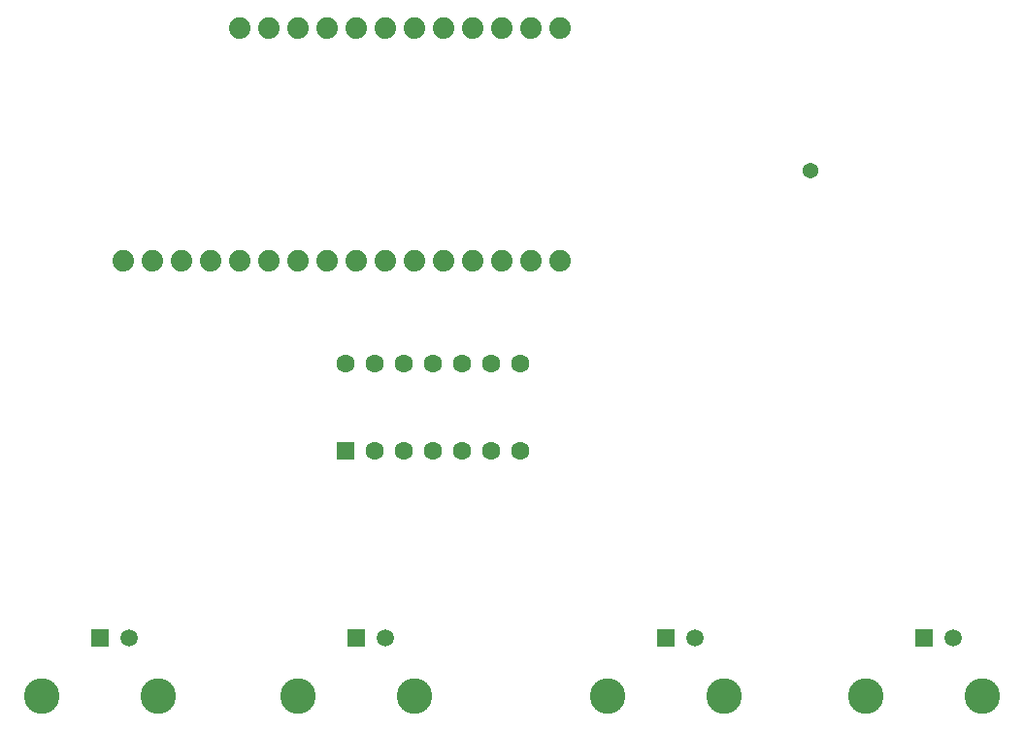
<source format=gbs>
G04*
G04 #@! TF.GenerationSoftware,Altium Limited,Altium Designer,25.1.2 (22)*
G04*
G04 Layer_Color=16711935*
%FSLAX25Y25*%
%MOIN*%
G70*
G04*
G04 #@! TF.SameCoordinates,8C14AA3A-0FC9-406D-BE4B-2EB75CFADBCC*
G04*
G04*
G04 #@! TF.FilePolarity,Negative*
G04*
G01*
G75*
%ADD28C,0.07400*%
%ADD29R,0.05904X0.05904*%
%ADD30C,0.05904*%
%ADD31C,0.12211*%
%ADD32C,0.06306*%
%ADD33R,0.06306X0.06306*%
%ADD34C,0.05400*%
D28*
X191339Y287402D02*
D03*
X201339D02*
D03*
X211339D02*
D03*
X221339D02*
D03*
X341339D02*
D03*
X331339D02*
D03*
X321339D02*
D03*
X311339D02*
D03*
X301339D02*
D03*
X291339D02*
D03*
X281339D02*
D03*
X271339D02*
D03*
X261339D02*
D03*
X251339D02*
D03*
X241339D02*
D03*
X231339D02*
D03*
X341339Y367402D02*
D03*
X331339D02*
D03*
X321339D02*
D03*
X311339D02*
D03*
X301339D02*
D03*
X291339D02*
D03*
X281339D02*
D03*
X271339D02*
D03*
X261339D02*
D03*
X251339D02*
D03*
X241339D02*
D03*
X231339D02*
D03*
D29*
X466221Y157795D02*
D03*
X377638D02*
D03*
X271339D02*
D03*
X183386D02*
D03*
D30*
X476221D02*
D03*
X387638D02*
D03*
X281339D02*
D03*
X193386D02*
D03*
D31*
X446220Y137795D02*
D03*
X486221D02*
D03*
X357638D02*
D03*
X397638D02*
D03*
X251339D02*
D03*
X291339D02*
D03*
X163386D02*
D03*
X203386D02*
D03*
D32*
X327716Y251969D02*
D03*
X317717D02*
D03*
X307716D02*
D03*
X297716D02*
D03*
X287717D02*
D03*
X277716D02*
D03*
X267717D02*
D03*
X327716Y221969D02*
D03*
X317717D02*
D03*
X307716D02*
D03*
X297716D02*
D03*
X287717D02*
D03*
X277716D02*
D03*
D33*
X267717D02*
D03*
D34*
X427264Y318406D02*
D03*
M02*

</source>
